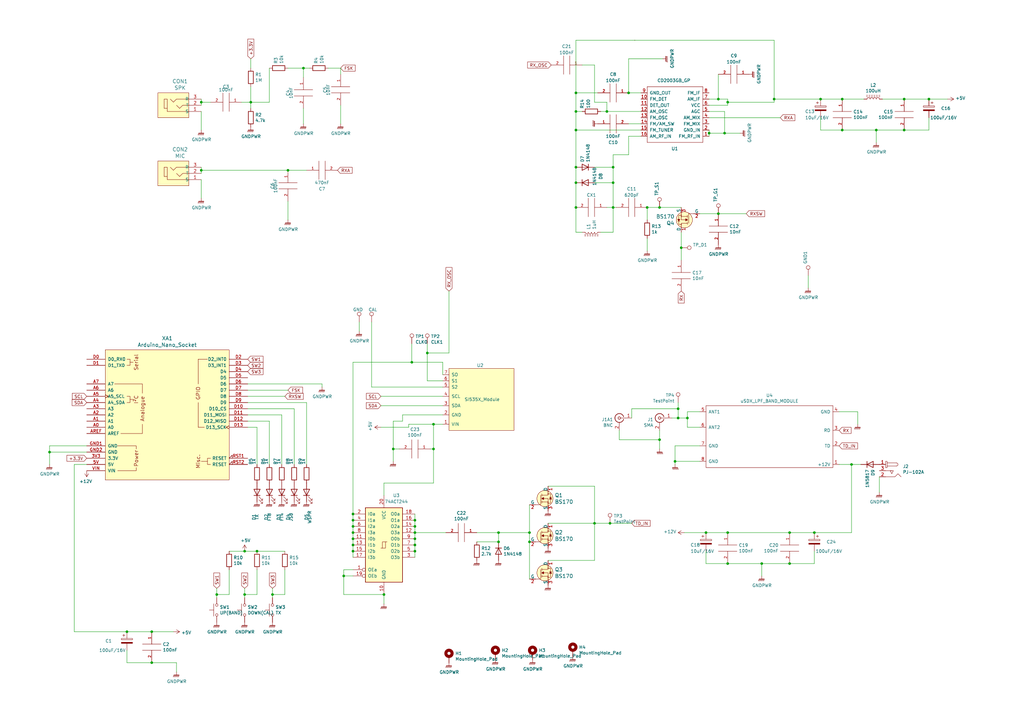
<source format=kicad_sch>
(kicad_sch (version 20231120) (generator "eeschema") (generator_version "8.0")
  (paper "A3")
  (title_block (title "ADX - Arduino based DIGITAL MODES HF Transceiver") (rev "V1.0") (company "WB2CBA"))
  (junction (at 88.9 243.84))
  (junction (at 105.41 226.06))
  (junction (at 323.85 218.44))
  (junction (at 251.46 85.09))
  (junction (at 294.64 87.63))
  (junction (at 278.13 167.64))
  (junction (at 140.97 236.22))
  (junction (at 317.5 40.64))
  (junction (at 298.45 41.91))
  (junction (at 124.46 27.94))
  (junction (at 323.85 231.14))
  (junction (at 278.13 171.45))
  (junction (at 251.46 68.58))
  (junction (at 144.78 223.52))
  (junction (at 359.41 53.34))
  (junction (at 62.23 259.08))
  (junction (at 289.56 218.44))
  (junction (at 270.51 180.34))
  (junction (at 204.47 222.25))
  (junction (at 236.22 85.09))
  (junction (at 20.32 185.42))
  (junction (at 100.33 243.84))
  (junction (at 349.25 190.5))
  (junction (at 370.84 40.64))
  (junction (at 52.07 259.08))
  (junction (at 102.87 41.91))
  (junction (at 290.83 54.61))
  (junction (at 144.78 210.82))
  (junction (at 250.19 214.63))
  (junction (at 257.81 38.1))
  (junction (at 175.26 144.78))
  (junction (at 170.18 223.52))
  (junction (at 381 40.64))
  (junction (at 243.84 214.63))
  (junction (at 345.44 40.64))
  (junction (at 217.17 218.44))
  (junction (at 144.78 226.06))
  (junction (at 248.92 45.72))
  (junction (at 170.18 226.06))
  (junction (at 251.46 74.93))
  (junction (at 298.45 231.14))
  (junction (at 100.33 226.06))
  (junction (at 236.22 53.34))
  (junction (at 297.18 54.61))
  (junction (at 82.55 41.91))
  (junction (at 118.11 69.85))
  (junction (at 281.94 171.45))
  (junction (at 294.64 40.64))
  (junction (at 236.22 38.1))
  (junction (at 334.01 218.44))
  (junction (at 370.84 53.34))
  (junction (at 170.18 218.44))
  (junction (at 312.42 231.14))
  (junction (at 279.4 101.6))
  (junction (at 236.22 45.72))
  (junction (at 298.45 218.44))
  (junction (at 144.78 213.36))
  (junction (at 170.18 213.36))
  (junction (at 111.76 243.84))
  (junction (at 336.55 40.64))
  (junction (at 177.8 173.99))
  (junction (at 170.18 215.9))
  (junction (at 144.78 220.98))
  (junction (at 161.29 184.15))
  (junction (at 204.47 218.44))
  (junction (at 270.51 85.09))
  (junction (at 265.43 85.09))
  (junction (at 144.78 215.9))
  (junction (at 276.86 189.23))
  (junction (at 144.78 218.44))
  (junction (at 177.8 184.15))
  (junction (at 217.17 222.25))
  (junction (at 168.91 148.59))
  (junction (at 236.22 68.58))
  (junction (at 345.44 53.34))
  (junction (at 157.48 243.84))
  (junction (at 62.23 271.78))
  (junction (at 236.22 74.93))
  (junction (at 82.55 69.85))
  (junction (at 170.18 220.98))
  (wire (pts (xy 110.49 27.94) (xy 110.49 41.91)))
  (wire (pts (xy 125.73 165.1) (xy 125.73 190.5)))
  (wire (pts (xy 82.55 41.91) (xy 86.36 41.91)))
  (wire (pts (xy 281.94 168.91) (xy 287.02 168.91)))
  (wire (pts (xy 170.18 210.82) (xy 170.18 213.36)))
  (wire (pts (xy 246.38 45.72) (xy 248.92 45.72)))
  (wire (pts (xy 298.45 41.91) (xy 298.45 43.18)))
  (wire (pts (xy 156.21 175.26) (xy 167.64 175.26)))
  (wire (pts (xy 20.32 182.88) (xy 20.32 185.42)))
  (wire (pts (xy 175.26 156.21) (xy 181.61 156.21)))
  (wire (pts (xy 306.07 87.63) (xy 294.64 87.63)))
  (wire (pts (xy 147.32 132.08) (xy 147.32 135.89)))
  (wire (pts (xy 287.02 189.23) (xy 276.86 189.23)))
  (wire (pts (xy 298.45 231.14) (xy 289.56 231.14)))
  (wire (pts (xy 204.47 222.25) (xy 195.58 222.25)))
  (wire (pts (xy 170.18 220.98) (xy 170.18 218.44)))
  (wire (pts (xy 139.7 27.94) (xy 139.7 30.48)))
  (wire (pts (xy 238.76 45.72) (xy 236.22 45.72)))
  (wire (pts (xy 30.48 259.08) (xy 52.07 259.08)))
  (wire (pts (xy 161.29 172.72) (xy 161.29 184.15)))
  (wire (pts (xy 175.26 140.97) (xy 175.26 144.78)))
  (wire (pts (xy 281.94 175.26) (xy 287.02 175.26)))
  (wire (pts (xy 265.43 90.17) (xy 265.43 85.09)))
  (wire (pts (xy 120.65 167.64) (xy 120.65 190.5)))
  (wire (pts (xy 100.33 226.06) (xy 105.41 226.06)))
  (wire (pts (xy 243.84 74.93) (xy 251.46 74.93)))
  (wire (pts (xy 254 176.53) (xy 254 180.34)))
  (wire (pts (xy 243.84 214.63) (xy 243.84 229.87)))
  (wire (pts (xy 265.43 97.79) (xy 265.43 102.87)))
  (wire (pts (xy 116.84 233.68) (xy 116.84 243.84)))
  (wire (pts (xy 345.44 53.34) (xy 336.55 53.34)))
  (wire (pts (xy 82.55 81.28) (xy 82.55 73.66)))
  (wire (pts (xy 134.62 27.94) (xy 139.7 27.94)))
  (wire (pts (xy 248.92 45.72) (xy 262.89 45.72)))
  (wire (pts (xy 62.23 259.08) (xy 71.12 259.08)))
  (wire (pts (xy 236.22 74.93) (xy 236.22 68.58)))
  (wire (pts (xy 298.45 218.44) (xy 323.85 218.44)))
  (wire (pts (xy 298.45 40.64) (xy 294.64 40.64)))
  (wire (pts (xy 334.01 226.06) (xy 334.01 231.14)))
  (wire (pts (xy 101.6 165.1) (xy 125.73 165.1)))
  (wire (pts (xy 279.4 85.09) (xy 270.51 85.09)))
  (wire (pts (xy 144.78 220.98) (xy 144.78 223.52)))
  (wire (pts (xy 177.8 198.12) (xy 157.48 198.12)))
  (wire (pts (xy 93.98 233.68) (xy 93.98 243.84)))
  (wire (pts (xy 82.55 68.58) (xy 82.55 69.85)))
  (wire (pts (xy 93.98 243.84) (xy 88.9 243.84)))
  (wire (pts (xy 82.55 40.64) (xy 82.55 41.91)))
  (wire (pts (xy 156.21 166.37) (xy 181.61 166.37)))
  (wire (pts (xy 140.97 243.84) (xy 157.48 243.84)))
  (wire (pts (xy 161.29 184.15) (xy 161.29 189.23)))
  (wire (pts (xy 170.18 220.98) (xy 170.18 223.52)))
  (wire (pts (xy 124.46 44.45) (xy 124.46 50.8)))
  (wire (pts (xy 336.55 53.34) (xy 336.55 48.26)))
  (wire (pts (xy 124.46 27.94) (xy 118.11 27.94)))
  (wire (pts (xy 243.84 26.67) (xy 243.84 41.91)))
  (wire (pts (xy 278.13 171.45) (xy 275.59 171.45)))
  (wire (pts (xy 125.73 69.85) (xy 118.11 69.85)))
  (wire (pts (xy 157.48 243.84) (xy 157.48 247.65)))
  (wire (pts (xy 105.41 243.84) (xy 100.33 243.84)))
  (wire (pts (xy 182.88 218.44) (xy 170.18 218.44)))
  (wire (pts (xy 124.46 27.94) (xy 127 27.94)))
  (wire (pts (xy 323.85 231.14) (xy 312.42 231.14)))
  (wire (pts (xy 278.13 165.1) (xy 278.13 167.64)))
  (wire (pts (xy 165.1 170.18) (xy 165.1 172.72)))
  (wire (pts (xy 236.22 38.1) (xy 245.11 38.1)))
  (wire (pts (xy 152.4 132.08) (xy 152.4 158.75)))
  (wire (pts (xy 165.1 172.72) (xy 161.29 172.72)))
  (wire (pts (xy 20.32 185.42) (xy 20.32 190.5)))
  (wire (pts (xy 181.61 148.59) (xy 181.61 153.67)))
  (wire (pts (xy 236.22 16.51) (xy 317.5 16.51)))
  (wire (pts (xy 290.83 48.26) (xy 320.04 48.26)))
  (wire (pts (xy 144.78 236.22) (xy 140.97 236.22)))
  (wire (pts (xy 246.38 95.25) (xy 251.46 95.25)))
  (wire (pts (xy 105.41 233.68) (xy 105.41 243.84)))
  (wire (pts (xy 370.84 40.64) (xy 361.95 40.64)))
  (wire (pts (xy 177.8 184.15) (xy 177.8 198.12)))
  (wire (pts (xy 110.49 172.72) (xy 110.49 190.5)))
  (wire (pts (xy 144.78 233.68) (xy 140.97 233.68)))
  (wire (pts (xy 82.55 41.91) (xy 82.55 43.18)))
  (wire (pts (xy 175.26 144.78) (xy 184.15 144.78)))
  (wire (pts (xy 279.4 101.6) (xy 279.4 106.68)))
  (wire (pts (xy 224.79 199.39) (xy 243.84 199.39)))
  (wire (pts (xy 381 53.34) (xy 370.84 53.34)))
  (wire (pts (xy 167.64 173.99) (xy 177.8 173.99)))
  (wire (pts (xy 248.92 85.09) (xy 251.46 85.09)))
  (wire (pts (xy 115.57 170.18) (xy 115.57 190.5)))
  (wire (pts (xy 217.17 218.44) (xy 217.17 222.25)))
  (wire (pts (xy 167.64 175.26) (xy 167.64 173.99)))
  (wire (pts (xy 334.01 231.14) (xy 323.85 231.14)))
  (wire (pts (xy 370.84 53.34) (xy 359.41 53.34)))
  (wire (pts (xy 101.6 162.56) (xy 116.84 162.56)))
  (wire (pts (xy 217.17 207.01) (xy 217.17 218.44)))
  (wire (pts (xy 312.42 236.22) (xy 312.42 231.14)))
  (wire (pts (xy 168.91 148.59) (xy 144.78 148.59)))
  (wire (pts (xy 204.47 218.44) (xy 217.17 218.44)))
  (wire (pts (xy 101.6 167.64) (xy 120.65 167.64)))
  (wire (pts (xy 110.49 41.91) (xy 102.87 41.91)))
  (wire (pts (xy 345.44 40.64) (xy 336.55 40.64)))
  (wire (pts (xy 290.83 55.88) (xy 290.83 54.61)))
  (wire (pts (xy 334.01 218.44) (xy 349.25 218.44)))
  (wire (pts (xy 290.83 43.18) (xy 298.45 43.18)))
  (wire (pts (xy 204.47 218.44) (xy 204.47 222.25)))
  (wire (pts (xy 144.78 220.98) (xy 144.78 218.44)))
  (wire (pts (xy 82.55 69.85) (xy 82.55 71.12)))
  (wire (pts (xy 281.94 171.45) (xy 278.13 171.45)))
  (wire (pts (xy 251.46 85.09) (xy 251.46 95.25)))
  (wire (pts (xy 281.94 171.45) (xy 281.94 175.26)))
  (wire (pts (xy 287.02 87.63) (xy 294.64 87.63)))
  (wire (pts (xy 217.17 222.25) (xy 217.17 237.49)))
  (wire (pts (xy 124.46 27.94) (xy 124.46 31.75)))
  (wire (pts (xy 224.79 214.63) (xy 243.84 214.63)))
  (wire (pts (xy 351.79 168.91) (xy 351.79 173.99)))
  (wire (pts (xy 276.86 189.23) (xy 276.86 190.5)))
  (wire (pts (xy 257.81 38.1) (xy 257.81 24.13)))
  (wire (pts (xy 181.61 158.75) (xy 152.4 158.75)))
  (wire (pts (xy 144.78 148.59) (xy 144.78 210.82)))
  (wire (pts (xy 243.84 68.58) (xy 251.46 68.58)))
  (wire (pts (xy 359.41 58.42) (xy 359.41 53.34)))
  (wire (pts (xy 354.33 40.64) (xy 345.44 40.64)))
  (wire (pts (xy 270.51 85.09) (xy 265.43 85.09)))
  (wire (pts (xy 248.92 41.91) (xy 248.92 45.72)))
  (wire (pts (xy 144.78 226.06) (xy 144.78 228.6)))
  (wire (pts (xy 257.81 55.88) (xy 262.89 55.88)))
  (wire (pts (xy 289.56 231.14) (xy 289.56 226.06)))
  (wire (pts (xy 243.84 41.91) (xy 248.92 41.91)))
  (wire (pts (xy 118.11 82.55) (xy 118.11 90.17)))
  (wire (pts (xy 101.6 160.02) (xy 118.11 160.02)))
  (wire (pts (xy 344.17 190.5) (xy 349.25 190.5)))
  (wire (pts (xy 257.81 63.5) (xy 257.81 55.88)))
  (wire (pts (xy 140.97 236.22) (xy 140.97 243.84)))
  (wire (pts (xy 93.98 226.06) (xy 100.33 226.06)))
  (wire (pts (xy 317.5 41.91) (xy 298.45 41.91)))
  (wire (pts (xy 82.55 53.34) (xy 82.55 45.72)))
  (wire (pts (xy 100.33 243.84) (xy 100.33 245.11)))
  (wire (pts (xy 259.08 171.45) (xy 259.08 167.64)))
  (wire (pts (xy 243.84 229.87) (xy 224.79 229.87)))
  (wire (pts (xy 298.45 218.44) (xy 289.56 218.44)))
  (wire (pts (xy 184.15 144.78) (xy 184.15 119.38)))
  (wire (pts (xy 281.94 168.91) (xy 281.94 171.45)))
  (wire (pts (xy 251.46 63.5) (xy 257.81 63.5)))
  (wire (pts (xy 30.48 190.5) (xy 30.48 259.08)))
  (wire (pts (xy 254 180.34) (xy 270.51 180.34)))
  (wire (pts (xy 168.91 148.59) (xy 168.91 140.97)))
  (wire (pts (xy 52.07 266.7) (xy 52.07 271.78)))
  (wire (pts (xy 62.23 271.78) (xy 72.39 271.78)))
  (wire (pts (xy 243.84 214.63) (xy 250.19 214.63)))
  (wire (pts (xy 140.97 233.68) (xy 140.97 236.22)))
  (wire (pts (xy 297.18 54.61) (xy 290.83 54.61)))
  (wire (pts (xy 101.6 157.48) (xy 132.08 157.48)))
  (wire (pts (xy 176.53 184.15) (xy 177.8 184.15)))
  (wire (pts (xy 251.46 68.58) (xy 251.46 63.5)))
  (wire (pts (xy 139.7 43.18) (xy 139.7 50.8)))
  (wire (pts (xy 287.02 182.88) (xy 276.86 182.88)))
  (wire (pts (xy 163.83 184.15) (xy 161.29 184.15)))
  (wire (pts (xy 195.58 218.44) (xy 204.47 218.44)))
  (wire (pts (xy 82.55 69.85) (xy 118.11 69.85)))
  (wire (pts (xy 52.07 271.78) (xy 62.23 271.78)))
  (wire (pts (xy 116.84 243.84) (xy 111.76 243.84)))
  (wire (pts (xy 250.19 214.63) (xy 259.08 214.63)))
  (wire (pts (xy 290.83 54.61) (xy 290.83 53.34)))
  (wire (pts (xy 170.18 215.9) (xy 170.18 218.44)))
  (wire (pts (xy 236.22 53.34) (xy 262.89 53.34)))
  (wire (pts (xy 99.06 41.91) (xy 102.87 41.91)))
  (wire (pts (xy 35.56 185.42) (xy 20.32 185.42)))
  (wire (pts (xy 381 40.64) (xy 370.84 40.64)))
  (wire (pts (xy 238.76 95.25) (xy 236.22 95.25)))
  (wire (pts (xy 170.18 226.06) (xy 170.18 223.52)))
  (wire (pts (xy 52.07 259.08) (xy 62.23 259.08)))
  (wire (pts (xy 290.83 45.72) (xy 297.18 45.72)))
  (wire (pts (xy 170.18 215.9) (xy 170.18 213.36)))
  (wire (pts (xy 236.22 38.1) (xy 236.22 16.51)))
  (wire (pts (xy 251.46 85.09) (xy 252.73 85.09)))
  (wire (pts (xy 278.13 167.64) (xy 278.13 171.45)))
  (wire (pts (xy 259.08 167.64) (xy 278.13 167.64)))
  (wire (pts (xy 257.81 50.8) (xy 262.89 50.8)))
  (wire (pts (xy 102.87 41.91) (xy 102.87 35.56)))
  (wire (pts (xy 177.8 173.99) (xy 181.61 173.99)))
  (wire (pts (xy 257.81 24.13) (xy 271.78 24.13)))
  (wire (pts (xy 298.45 40.64) (xy 298.45 41.91)))
  (wire (pts (xy 381 48.26) (xy 381 53.34)))
  (wire (pts (xy 349.25 190.5) (xy 349.25 218.44)))
  (wire (pts (xy 317.5 16.51) (xy 317.5 40.64)))
  (wire (pts (xy 276.86 182.88) (xy 276.86 189.23)))
  (wire (pts (xy 88.9 241.3) (xy 88.9 243.84)))
  (wire (pts (xy 105.41 226.06) (xy 116.84 226.06)))
  (wire (pts (xy 170.18 226.06) (xy 170.18 228.6)))
  (wire (pts (xy 156.21 162.56) (xy 181.61 162.56)))
  (wire (pts (xy 102.87 24.13) (xy 102.87 27.94)))
  (wire (pts (xy 101.6 175.26) (xy 105.41 175.26)))
  (wire (pts (xy 35.56 182.88) (xy 20.32 182.88)))
  (wire (pts (xy 294.64 30.48) (xy 294.64 40.64)))
  (wire (pts (xy 144.78 223.52) (xy 144.78 226.06)))
  (wire (pts (xy 144.78 215.9) (xy 144.78 218.44)))
  (wire (pts (xy 157.48 198.12) (xy 157.48 203.2)))
  (wire (pts (xy 238.76 26.67) (xy 243.84 26.67)))
  (wire (pts (xy 251.46 74.93) (xy 251.46 68.58)))
  (wire (pts (xy 88.9 243.84) (xy 88.9 245.11)))
  (wire (pts (xy 294.64 40.64) (xy 290.83 40.64)))
  (wire (pts (xy 236.22 85.09) (xy 236.22 74.93)))
  (wire (pts (xy 236.22 53.34) (xy 236.22 45.72)))
  (wire (pts (xy 236.22 45.72) (xy 236.22 38.1)))
  (wire (pts (xy 101.6 170.18) (xy 115.57 170.18)))
  (wire (pts (xy 30.48 190.5) (xy 35.56 190.5)))
  (wire (pts (xy 344.17 168.91) (xy 351.79 168.91)))
  (wire (pts (xy 388.62 40.64) (xy 381 40.64)))
  (wire (pts (xy 236.22 68.58) (xy 236.22 53.34)))
  (wire (pts (xy 132.08 157.48) (xy 132.08 158.75)))
  (wire (pts (xy 111.76 243.84) (xy 111.76 245.11)))
  (wire (pts (xy 280.67 218.44) (xy 289.56 218.44)))
  (wire (pts (xy 262.89 38.1) (xy 257.81 38.1)))
  (wire (pts (xy 270.51 180.34) (xy 270.51 176.53)))
  (wire (pts (xy 303.53 54.61) (xy 297.18 54.61)))
  (wire (pts (xy 360.68 195.58) (xy 360.68 201.93)))
  (wire (pts (xy 270.51 184.15) (xy 270.51 180.34)))
  (wire (pts (xy 144.78 210.82) (xy 144.78 213.36)))
  (wire (pts (xy 317.5 40.64) (xy 336.55 40.64)))
  (wire (pts (xy 243.84 199.39) (xy 243.84 214.63)))
  (wire (pts (xy 251.46 85.09) (xy 251.46 74.93)))
  (wire (pts (xy 279.4 95.25) (xy 279.4 101.6)))
  (wire (pts (xy 312.42 231.14) (xy 298.45 231.14)))
  (wire (pts (xy 144.78 215.9) (xy 144.78 213.36)))
  (wire (pts (xy 100.33 241.3) (xy 100.33 243.84)))
  (wire (pts (xy 105.41 175.26) (xy 105.41 190.5)))
  (wire (pts (xy 236.22 85.09) (xy 236.22 95.25)))
  (wire (pts (xy 102.87 41.91) (xy 102.87 44.45)))
  (wire (pts (xy 175.26 144.78) (xy 175.26 156.21)))
  (wire (pts (xy 101.6 172.72) (xy 110.49 172.72)))
  (wire (pts (xy 331.47 118.11) (xy 331.47 113.03)))
  (wire (pts (xy 359.41 53.34) (xy 345.44 53.34)))
  (wire (pts (xy 111.76 241.3) (xy 111.76 243.84)))
  (wire (pts (xy 168.91 148.59) (xy 181.61 148.59)))
  (wire (pts (xy 181.61 170.18) (xy 165.1 170.18)))
  (wire (pts (xy 317.5 40.64) (xy 317.5 41.91)))
  (wire (pts (xy 334.01 218.44) (xy 323.85 218.44)))
  (wire (pts (xy 177.8 184.15) (xy 177.8 173.99)))
  (wire (pts (xy 72.39 275.59) (xy 72.39 271.78)))
  (wire (pts (xy 349.25 190.5) (xy 353.06 190.5)))
  (wire (pts (xy 297.18 45.72) (xy 297.18 54.61)))
  (global_label "SDA" (shape input) (at 35.56 165.1 180) (property "Intersheetrefs" "${INTERSHEET_REFS}" (effects (hide yes))))
  (global_label "TD_IN" (shape input) (at 259.08 214.63 0) (property "Intersheetrefs" "${INTERSHEET_REFS}" (effects (hide yes))))
  (global_label "+3.3V" (shape input) (at 102.87 24.13 90) (property "Intersheetrefs" "${INTERSHEET_REFS}" (effects (hide yes))))
  (global_label "RX" (shape input) (at 279.4 119.38 270) (property "Intersheetrefs" "${INTERSHEET_REFS}" (effects (hide yes))))
  (global_label "SW1" (shape input) (at 101.6 147.32 0) (property "Intersheetrefs" "${INTERSHEET_REFS}" (effects (hide yes))))
  (global_label "RXSW" (shape input) (at 116.84 162.56 0) (property "Intersheetrefs" "${INTERSHEET_REFS}" (effects (hide yes))))
  (global_label "SW3" (shape input) (at 101.6 152.4 0) (property "Intersheetrefs" "${INTERSHEET_REFS}" (effects (hide yes))))
  (global_label "TD_IN" (shape input) (at 344.17 182.88 0) (property "Intersheetrefs" "${INTERSHEET_REFS}" (effects (hide yes))))
  (global_label "RXA" (shape input) (at 320.04 48.26 0) (property "Intersheetrefs" "${INTERSHEET_REFS}" (effects (hide yes))))
  (global_label "SDA" (shape input) (at 156.21 166.37 180) (property "Intersheetrefs" "${INTERSHEET_REFS}" (effects (hide yes))))
  (global_label "SW2" (shape input) (at 101.6 149.86 0) (property "Intersheetrefs" "${INTERSHEET_REFS}" (effects (hide yes))))
  (global_label "SW1" (shape input) (at 88.9 241.3 90) (property "Intersheetrefs" "${INTERSHEET_REFS}" (effects (hide yes))))
  (global_label "RX" (shape input) (at 344.17 176.53 0) (property "Intersheetrefs" "${INTERSHEET_REFS}" (effects (hide yes))))
  (global_label "RX_OSC" (shape input) (at 226.06 26.67 180) (property "Intersheetrefs" "${INTERSHEET_REFS}" (effects (hide yes))))
  (global_label "SCL" (shape input) (at 35.56 162.56 180) (property "Intersheetrefs" "${INTERSHEET_REFS}" (effects (hide yes))))
  (global_label "RX_OSC" (shape input) (at 184.15 119.38 90) (property "Intersheetrefs" "${INTERSHEET_REFS}" (effects (hide yes))))
  (global_label "SW2" (shape input) (at 100.33 241.3 90) (property "Intersheetrefs" "${INTERSHEET_REFS}" (effects (hide yes))))
  (global_label "RXSW" (shape input) (at 306.07 87.63 0) (property "Intersheetrefs" "${INTERSHEET_REFS}" (effects (hide yes))))
  (global_label "SW3" (shape input) (at 111.76 241.3 90) (property "Intersheetrefs" "${INTERSHEET_REFS}" (effects (hide yes))))
  (global_label "+3.3V" (shape input) (at 35.56 187.96 180) (property "Intersheetrefs" "${INTERSHEET_REFS}" (effects (hide yes))))
  (global_label "RXA" (shape input) (at 138.43 69.85 0) (property "Intersheetrefs" "${INTERSHEET_REFS}" (effects (hide yes))))
  (global_label "FSK" (shape input) (at 139.7 27.94 0) (property "Intersheetrefs" "${INTERSHEET_REFS}" (effects (hide yes))))
  (global_label "SCL" (shape input) (at 156.21 162.56 180) (property "Intersheetrefs" "${INTERSHEET_REFS}" (effects (hide yes))))
  (global_label "FSK" (shape input) (at 118.11 160.02 0) (property "Intersheetrefs" "${INTERSHEET_REFS}" (effects (hide yes))))
  (symbol (lib_id "ADX-rescue:CAP-pspice") (at 189.23 218.44 270) (unit 1)
    (property "Reference" "C22" (at 189.23 210.439 90))
    (property "Value" "100nF" (at 189.23 212.7504 90))
    (property "Footprint" "Capacitor_THT:C_Disc_D3.0mm_W1.6mm_P2.50mm" (effects (hide yes)))
  )
  (symbol (lib_id "ADX-rescue:SI535X_Module-VFO-ESP-WSPR-PCB-TTL-PA_FINAL-rescue-DIGI_UNO_TX-rescue-DTX-rescue") (at 196.85 163.83 0) (unit 1)
    (property "Reference" "U2" (at 195.58 149.86 0) (effects (justify left)))
    (property "Value" "SI535X_Module" (at 190.5 163.83 0) (effects (justify left)))
    (property "Footprint" "VFO_footprint:SI5351 Module_Vertical" (effects (hide yes)))
  )
  (symbol (lib_id "Connector:Conn_Coaxial") (at 270.51 171.45 0) (mirror y) (unit 1)
    (property "Reference" "J1" (at 267.97 172.085 0) (effects (justify left)))
    (property "Value" "SMA" (at 267.97 174.3964 0) (effects (justify left)))
    (property "Footprint" "SMA_EDGE:SMA_Samtec_SMA-J-P-X-ST-EM1_EdgeMount" (effects (hide yes)))
    (property "Datasheet" " ~" (effects (hide yes)))
  )
  (symbol (lib_id "ADX-rescue:GNDPWR-power") (at 270.51 184.15 0) (mirror y) (unit 1)
    (property "Reference" "#PWR0106" (effects (hide yes)))
    (property "Value" "GNDPWR" (effects (hide yes)))
  )
  (symbol (lib_id "74xx:74LS244") (at 157.48 223.52 0) (unit 1)
    (property "Reference" "U3" (at 162.56 203.2 0))
    (property "Value" "74ACT244" (at 162.56 205.74 0))
    (property "Footprint" "Package_DIP:DIP-20_W7.62mm_LongPads" (effects (hide yes)))
    (property "Datasheet" "http://www.ti.com/lit/gpn/sn74LS244" (effects (hide yes)))
  )
  (symbol (lib_id "ADX-rescue:GNDPWR-power") (at 157.48 247.65 0) (unit 1)
    (property "Reference" "#PWR0107" (effects (hide yes)))
    (property "Value" "GNDPWR" (effects (hide yes)))
  )
  (symbol (lib_id "ADX-rescue:GNDPWR-power") (at 161.29 189.23 0) (unit 1)
    (property "Reference" "#PWR0108" (effects (hide yes)))
    (property "Value" "GNDPWR" (effects (hide yes)))
  )
  (symbol (lib_id "ADX-rescue:CAP-pspice") (at 170.18 184.15 270) (unit 1)
    (property "Reference" "C23" (at 170.18 176.149 90))
    (property "Value" "100nF" (at 170.18 178.4604 90))
    (property "Footprint" "Capacitor_THT:C_Disc_D3.0mm_W1.6mm_P2.50mm" (effects (hide yes)))
  )
  (symbol (lib_id "Connector:TestPoint") (at 278.13 165.1 0) (mirror y) (unit 1)
    (property "Reference" "TP4" (at 276.6568 162.1028 0) (effects (justify left)))
    (property "Value" "TestPoint" (at 276.6568 164.4142 0) (effects (justify left)))
    (property "Footprint" "TestPoint:TestPoint_THTPad_2.0x2.0mm_Drill1.0mm" (effects (hide yes)))
  )
  (symbol (lib_id "Connector:TestPoint") (at 250.19 214.63 0) (unit 1)
    (property "Reference" "TP3" (at 251.6632 211.6328 0) (effects (justify left)))
    (property "Value" "TestPoint" (at 251.6632 213.9442 0) (effects (justify left)))
    (property "Footprint" "TestPoint:TestPoint_THTPad_2.0x2.0mm_Drill1.0mm" (effects (hide yes)))
  )
  (symbol (lib_id "ADX-rescue:GNDPWR-power") (at 276.86 190.5 0) (mirror y) (unit 1)
    (property "Reference" "#PWR0103" (effects (hide yes)))
    (property "Value" "GNDPWR" (effects (hide yes)))
  )
  (symbol (lib_id "ADX-rescue:uSDX_LPF_BAND_MODULE-uSDX_LPF_BAND_Module-DIGI_UNO_TX-rescue-DTX-rescue") (at 316.23 179.07 0) (mirror x) (unit 1)
    (property "Reference" "U4" (at 315.595 162.179 0))
    (property "Value" "uSDX_LPF_BAND_MODULE" (at 315.595 164.4904 0))
    (property "Footprint" "uSDX_LPF_BAND_MODULE:uSDX_LPF_Band_Module" (effects (hide yes)))
  )
  (symbol (lib_id "Device:R") (at 195.58 226.06 0) (unit 1)
    (property "Reference" "R12" (at 197.358 224.8916 0) (effects (justify left)))
    (property "Value" "2.7k" (at 197.358 227.203 0) (effects (justify left)))
    (property "Footprint" "Resistor_THT:R_Axial_DIN0204_L3.6mm_D1.6mm_P1.90mm_Vertical" (effects (hide yes)))
  )
  (symbol (lib_id "Device:D") (at 204.47 226.06 270) (unit 1)
    (property "Reference" "D6" (at 206.4766 224.8916 90) (effects (justify left)))
    (property "Value" "1N4148" (at 206.4766 227.203 90) (effects (justify left)))
    (property "Footprint" "Diode_THT:D_A-405_P2.54mm_Vertical_AnodeUp" (effects (hide yes)))
  )
  (symbol (lib_id "ADX-rescue:GNDPWR-power") (at 195.58 229.87 0) (unit 1)
    (property "Reference" "#PWR0114" (effects (hide yes)))
    (property "Value" "GNDPWR" (effects (hide yes)))
  )
  (symbol (lib_id "ADX-rescue:GNDPWR-power") (at 204.47 229.87 0) (unit 1)
    (property "Reference" "#PWR0115" (effects (hide yes)))
    (property "Value" "GNDPWR" (effects (hide yes)))
  )
  (symbol (lib_id "ADX-rescue:BS170-dk_Transistors-FETs-MOSFETs-Single") (at 224.79 204.47 0) (unit 1)
    (property "Reference" "Q1" (at 227.5332 203.1238 0) (effects (font (size 1.524 1.524)) (justify left)))
    (property "Value" "BS170" (at 227.5332 205.8162 0) (effects (font (size 1.524 1.524)) (justify left)))
    (property "Footprint" "Package_TO_SOT_THT:TO-92_HandSolder" (effects (hide yes)))
    (property "Datasheet" "https://www.onsemi.com/pub/Collateral/BS170-D.PDF" (effects (hide yes)))
    (property "Description" "MOSFET N-CH 60V 500MA TO-92" (effects (hide yes)))
    (property "Digi-Key_PN" "BS170-ND" (effects (hide yes)))
    (property "MPN" "BS170" (effects (hide yes)))
    (property "Category" "Discrete Semiconductor Products" (effects (hide yes)))
    (property "Family" "Transistors - FETs, MOSFETs - Single" (effects (hide yes)))
    (property "DK_Datasheet_Link" "https://www.onsemi.com/pub/Collateral/BS170-D.PDF" (effects (hide yes)))
    (property "DK_Detail_Page" "/product-detail/en/on-semiconductor/BS170/BS170-ND/244280" (effects (hide yes)))
    (property "Manufacturer" "ON Semiconductor" (effects (hide yes)))
    (property "Status" "Active" (effects (hide yes)))
  )
  (symbol (lib_id "ADX-rescue:BS170-dk_Transistors-FETs-MOSFETs-Single") (at 224.79 219.71 0) (unit 1)
    (property "Reference" "Q2" (at 227.5332 218.3638 0) (effects (font (size 1.524 1.524)) (justify left)))
    (property "Value" "BS170" (at 227.5332 221.0562 0) (effects (font (size 1.524 1.524)) (justify left)))
    (property "Footprint" "Package_TO_SOT_THT:TO-92_HandSolder" (effects (hide yes)))
    (property "Datasheet" "https://www.onsemi.com/pub/Collateral/BS170-D.PDF" (effects (hide yes)))
    (property "Description" "MOSFET N-CH 60V 500MA TO-92" (effects (hide yes)))
    (property "Digi-Key_PN" "BS170-ND" (effects (hide yes)))
    (property "MPN" "BS170" (effects (hide yes)))
    (property "Category" "Discrete Semiconductor Products" (effects (hide yes)))
    (property "Family" "Transistors - FETs, MOSFETs - Single" (effects (hide yes)))
    (property "DK_Datasheet_Link" "https://www.onsemi.com/pub/Collateral/BS170-D.PDF" (effects (hide yes)))
    (property "DK_Detail_Page" "/product-detail/en/on-semiconductor/BS170/BS170-ND/244280" (effects (hide yes)))
    (property "Manufacturer" "ON Semiconductor" (effects (hide yes)))
    (property "Status" "Active" (effects (hide yes)))
  )
  (symbol (lib_id "ADX-rescue:BS170-dk_Transistors-FETs-MOSFETs-Single") (at 224.79 234.95 0) (unit 1)
    (property "Reference" "Q3" (at 227.5332 233.6038 0) (effects (font (size 1.524 1.524)) (justify left)))
    (property "Value" "BS170" (at 227.5332 236.2962 0) (effects (font (size 1.524 1.524)) (justify left)))
    (property "Footprint" "Package_TO_SOT_THT:TO-92_HandSolder" (effects (hide yes)))
    (property "Datasheet" "https://www.onsemi.com/pub/Collateral/BS170-D.PDF" (effects (hide yes)))
    (property "Description" "MOSFET N-CH 60V 500MA TO-92" (effects (hide yes)))
    (property "Digi-Key_PN" "BS170-ND" (effects (hide yes)))
    (property "MPN" "BS170" (effects (hide yes)))
    (property "Category" "Discrete Semiconductor Products" (effects (hide yes)))
    (property "Family" "Transistors - FETs, MOSFETs - Single" (effects (hide yes)))
    (property "DK_Datasheet_Link" "https://www.onsemi.com/pub/Collateral/BS170-D.PDF" (effects (hide yes)))
    (property "DK_Detail_Page" "/product-detail/en/on-semiconductor/BS170/BS170-ND/244280" (effects (hide yes)))
    (property "Manufacturer" "ON Semiconductor" (effects (hide yes)))
    (property "Status" "Active" (effects (hide yes)))
  )
  (symbol (lib_id "ADX-rescue:GNDPWR-power") (at 224.79 209.55 0) (unit 1)
    (property "Reference" "#PWR0116" (effects (hide yes)))
    (property "Value" "GNDPWR" (effects (hide yes)))
  )
  (symbol (lib_id "ADX-rescue:GNDPWR-power") (at 224.79 224.79 0) (unit 1)
    (property "Reference" "#PWR0117" (effects (hide yes)))
    (property "Value" "GNDPWR" (effects (hide yes)))
  )
  (symbol (lib_id "ADX-rescue:GNDPWR-power") (at 224.79 240.03 0) (unit 1)
    (property "Reference" "#PWR0118" (effects (hide yes)))
    (property "Value" "GNDPWR" (effects (hide yes)))
  )
  (symbol (lib_id "ADX-rescue:GNDPWR-power") (at 351.79 173.99 0) (unit 1)
    (property "Reference" "#PWR0101" (effects (hide yes)))
    (property "Value" "GNDPWR" (effects (hide yes)))
  )
  (symbol (lib_id "ADX-rescue:GNDPWR-power") (at 20.32 190.5 0) (unit 1)
    (property "Reference" "#PWR0102" (effects (hide yes)))
    (property "Value" "GNDPWR" (at 20.4216 194.4116 0))
  )
  (symbol (lib_id "Connector:TestPoint") (at 168.91 140.97 0) (unit 1)
    (property "Reference" "TP1" (at 170.3832 137.9728 0) (effects (justify left)))
    (property "Value" "CLK0" (at 170.3832 140.2842 0) (effects (justify left)))
    (property "Footprint" "TestPoint:TestPoint_THTPad_2.0x2.0mm_Drill1.0mm" (effects (hide yes)))
  )
  (symbol (lib_id "Connector:TestPoint") (at 175.26 140.97 0) (unit 1)
    (property "Reference" "TP2" (at 176.7332 137.9728 0) (effects (justify left)))
    (property "Value" "CLK1" (at 176.7332 140.2842 0) (effects (justify left)))
    (property "Footprint" "TestPoint:TestPoint_THTPad_2.0x2.0mm_Drill1.0mm" (effects (hide yes)))
  )
  (symbol (lib_id "Device:LED") (at 105.41 201.93 90) (unit 1)
    (property "Reference" "D1" (at 104.14 212.09 0))
    (property "Value" "TX" (at 105.41 212.09 0))
    (property "Footprint" "LED_THT:LED_D3.0mm" (effects (hide yes)))
  )
  (symbol (lib_id "Device:R") (at 105.41 194.31 0) (unit 1)
    (property "Reference" "R5" (at 102.87 189.23 90))
    (property "Value" "1k" (at 104.14 189.23 90))
    (property "Footprint" "Resistor_THT:R_Axial_DIN0204_L3.6mm_D1.6mm_P1.90mm_Vertical" (effects (hide yes)))
  )
  (symbol (lib_id "ADX-rescue:CAP-pspice") (at 92.71 41.91 270) (unit 1)
    (property "Reference" "C3" (at 92.71 35.56 90))
    (property "Value" "100nF" (at 92.71 36.83 90))
    (property "Footprint" "Capacitor_THT:C_Disc_D3.0mm_W1.6mm_P2.50mm" (effects (hide yes)))
  )
  (symbol (lib_id "Device:R") (at 102.87 31.75 0) (unit 1)
    (property "Reference" "R1" (at 104.648 30.5816 0) (effects (justify left)))
    (property "Value" "1M" (at 104.648 32.893 0) (effects (justify left)))
    (property "Footprint" "Resistor_THT:R_Axial_DIN0204_L3.6mm_D1.6mm_P1.90mm_Vertical" (effects (hide yes)))
  )
  (symbol (lib_id "Device:R") (at 102.87 48.26 0) (unit 1)
    (property "Reference" "R2" (at 104.648 47.0916 0) (effects (justify left)))
    (property "Value" "4.7k" (at 104.648 49.403 0) (effects (justify left)))
    (property "Footprint" "Resistor_THT:R_Axial_DIN0204_L3.6mm_D1.6mm_P1.90mm_Vertical" (effects (hide yes)))
  )
  (symbol (lib_id "ADX-rescue:GNDPWR-power") (at 139.7 50.8 0) (unit 1)
    (property "Reference" "#PWR0104" (effects (hide yes)))
    (property "Value" "GNDPWR" (at 139.8016 54.7116 0))
  )
  (symbol (lib_id "ADX-rescue:GNDPWR-power") (at 102.87 52.07 0) (unit 1)
    (property "Reference" "#PWR0105" (effects (hide yes)))
    (property "Value" "GNDPWR" (at 102.9716 55.9816 0))
  )
  (symbol (lib_id "Device:R") (at 114.3 27.94 90) (unit 1)
    (property "Reference" "R3" (at 113.1316 26.162 0) (effects (justify left)))
    (property "Value" "10k" (at 115.443 26.162 0) (effects (justify left)))
    (property "Footprint" "Resistor_THT:R_Axial_DIN0204_L3.6mm_D1.6mm_P1.90mm_Vertical" (effects (hide yes)))
  )
  (symbol (lib_id "Device:R") (at 130.81 27.94 90) (unit 1)
    (property "Reference" "R4" (at 129.6416 26.162 0) (effects (justify left)))
    (property "Value" "10k" (at 131.953 26.162 0) (effects (justify left)))
    (property "Footprint" "Resistor_THT:R_Axial_DIN0204_L3.6mm_D1.6mm_P1.90mm_Vertical" (effects (hide yes)))
  )
  (symbol (lib_id "ADX-rescue:GNDPWR-power") (at 124.46 50.8 0) (unit 1)
    (property "Reference" "#PWR0111" (effects (hide yes)))
    (property "Value" "GNDPWR" (at 124.5616 54.7116 0))
  )
  (symbol (lib_id "ADX-rescue:CAP-pspice") (at 124.46 38.1 0) (unit 1)
    (property "Reference" "C4" (at 118.11 38.1 90))
    (property "Value" "10nF" (at 119.38 38.1 90))
    (property "Footprint" "Capacitor_THT:C_Disc_D3.0mm_W1.6mm_P2.50mm" (effects (hide yes)))
  )
  (symbol (lib_id "ADX-rescue:CAP-pspice") (at 139.7 36.83 0) (unit 1)
    (property "Reference" "C5" (at 133.35 36.83 90))
    (property "Value" "10nF" (at 134.62 36.83 90))
    (property "Footprint" "Capacitor_THT:C_Disc_D3.0mm_W1.6mm_P2.50mm" (effects (hide yes)))
  )
  (symbol (lib_id "ADX-rescue:GNDPWR-power") (at 132.08 158.75 0) (unit 1)
    (property "Reference" "#PWR0109" (effects (hide yes)))
    (property "Value" "GNDPWR" (at 132.1816 162.6616 0))
  )
  (symbol (lib_id "ADX-rescue:Arduino_Nano_Socket-arduino") (at 68.58 170.18 0) (unit 1)
    (property "Reference" "XA1" (at 68.58 138.7602 0) (effects (font (size 1.524 1.524))))
    (property "Value" "Arduino_Nano_Socket" (at 68.58 141.4526 0) (effects (font (size 1.524 1.524))))
    (property "Footprint" "Arduino:Arduino_Nano_Socket" (effects (hide yes)))
    (property "Datasheet" "https://store.arduino.cc/arduino-nano" (effects (hide yes)))
  )
  (symbol (lib_id "CD:CD2003GB_GP") (at 283.21 46.99 90) (unit 1)
    (property "Reference" "U1" (at 278.13 60.96 90) (effects (justify left)))
    (property "Value" "CD2003GB_GP" (at 283.21 33.02 90) (effects (justify left)))
    (property "Footprint" "Package_DIP:DIP-16_W7.62mm_Socket_LongPads" (effects (hide yes)))
  )
  (symbol (lib_id "ADX-rescue:PJ-102A-dk_Barrel-Power-Connectors") (at 363.22 190.5 0) (mirror y) (unit 1)
    (property "Reference" "J2" (at 370.2812 191.3128 0) (effects (justify right)))
    (property "Value" "PJ-102A" (at 370.2812 193.6242 0) (effects (justify right)))
    (property "Footprint" "digikey-footprints:Barrel_Jack_5.5mmODx2.1mmID_PJ-102A" (effects (hide yes)))
    (property "Datasheet" "https://www.cui.com/product/resource/digikeypdf/pj-102a.pdf" (effects (hide yes)))
    (property "Description" "CONN PWR JACK 2X5.5MM SOLDER" (effects (hide yes)))
    (property "Digi-Key_PN" "CP-102A-ND" (effects (hide yes)))
    (property "MPN" "PJ-102A" (effects (hide yes)))
    (property "Category" "Connectors, Interconnects" (effects (hide yes)))
    (property "Family" "Barrel - Power Connectors" (effects (hide yes)))
    (property "DK_Datasheet_Link" "https://www.cui.com/product/resource/digikeypdf/pj-102a.pdf" (effects (hide yes)))
    (property "DK_Detail_Page" "/product-detail/en/cui-inc/PJ-102A/CP-102A-ND/275425" (effects (hide yes)))
    (property "Manufacturer" "CUI Inc." (effects (hide yes)))
    (property "Status" "Active" (effects (hide yes)))
  )
  (symbol (lib_id "ADX-rescue:GNDPWR-power") (at 82.55 53.34 0) (unit 1)
    (property "Reference" "#PWR0119" (effects (hide yes)))
    (property "Value" "GNDPWR" (at 82.6516 57.2516 0))
  )
  (symbol (lib_id "ADX-rescue:GNDPWR-power") (at 105.41 205.74 0) (unit 1)
    (property "Reference" "#PWR0110" (effects (hide yes)))
    (property "Value" "GNDPWR" (effects (hide yes)))
  )
  (symbol (lib_id "Connector:Conn_Coaxial") (at 254 171.45 0) (mirror y) (unit 1)
    (property "Reference" "J1A1" (at 251.46 172.085 0) (effects (justify left)))
    (property "Value" "BNC" (at 251.46 174.3964 0) (effects (justify left)))
    (property "Footprint" "Connector_Coaxial:BNC_Amphenol_B6252HB-NPP3G-50_Horizontal" (effects (hide yes)))
    (property "Datasheet" " ~" (effects (hide yes)))
  )
  (symbol (lib_id "ADX-rescue:CP-Device") (at 52.07 262.89 0) (unit 1)
    (property "Reference" "C1" (at 43.18 262.89 0) (effects (justify left)))
    (property "Value" "100uF/16V" (at 40.64 266.7 0) (effects (justify left)))
    (property "Footprint" "Capacitor_THT:CP_Radial_D5.0mm_P2.50mm" (effects (hide yes)))
  )
  (symbol (lib_id "ADX-rescue:CAP-pspice") (at 62.23 265.43 0) (unit 1)
    (property "Reference" "C2" (at 66.7512 264.2616 0) (effects (justify left)))
    (property "Value" "100nF" (at 66.7512 266.573 0) (effects (justify left)))
    (property "Footprint" "Capacitor_THT:C_Disc_D3.0mm_W1.6mm_P2.50mm" (effects (hide yes)))
  )
  (symbol (lib_id "Device:R") (at 93.98 229.87 0) (unit 1)
    (property "Reference" "R10" (at 95.758 228.7016 0) (effects (justify left)))
    (property "Value" "10k" (at 95.758 231.013 0) (effects (justify left)))
    (property "Footprint" "Resistor_THT:R_Axial_DIN0204_L3.6mm_D1.6mm_P1.90mm_Vertical" (effects (hide yes)))
  )
  (symbol (lib_id "Device:R") (at 105.41 229.87 0) (unit 1)
    (property "Reference" "R11" (at 107.188 228.7016 0) (effects (justify left)))
    (property "Value" "10k" (at 107.188 231.013 0) (effects (justify left)))
    (property "Footprint" "Resistor_THT:R_Axial_DIN0204_L3.6mm_D1.6mm_P1.90mm_Vertical" (effects (hide yes)))
  )
  (symbol (lib_id "Switch:SW_Push") (at 88.9 250.19 90) (unit 1)
    (property "Reference" "SW1" (at 90.1192 249.0216 90) (effects (justify right)))
    (property "Value" "UP(BAND)" (at 90.1192 251.333 90) (effects (justify right)))
    (property "Footprint" "Button_Switch_THT:SW_PUSH_6mm" (effects (hide yes)))
  )
  (symbol (lib_id "ADX-rescue:GNDPWR-power") (at 88.9 255.27 0) (unit 1)
    (property "Reference" "#PWR0112" (effects (hide yes)))
    (property "Value" "GNDPWR" (at 89.0016 259.1816 0))
  )
  (symbol (lib_id "Switch:SW_Push") (at 100.33 250.19 90) (unit 1)
    (property "Reference" "SW2" (at 101.5492 249.0216 90) (effects (justify right)))
    (property "Value" "DOWN(CAL)" (at 101.5492 251.333 90) (effects (justify right)))
    (property "Footprint" "Button_Switch_THT:SW_PUSH_6mm" (effects (hide yes)))
  )
  (symbol (lib_id "ADX-rescue:GNDPWR-power") (at 100.33 255.27 0) (unit 1)
    (property "Reference" "#PWR0113" (effects (hide yes)))
    (property "Value" "GNDPWR" (at 100.4316 259.1816 0))
  )
  (symbol (lib_id "Device:D") (at 356.87 190.5 0) (unit 1)
    (property "Reference" "D9" (at 358.0384 192.5066 90) (effects (justify right)))
    (property "Value" "1N5817" (at 355.727 192.5066 90) (effects (justify right)))
    (property "Footprint" "Diode_THT:D_A-405_P2.54mm_Vertical_KathodeUp" (effects (hide yes)))
  )
  (symbol (lib_id "ADX-rescue:BS170-dk_Transistors-FETs-MOSFETs-Single") (at 279.4 90.17 180) (unit 1)
    (property "Reference" "Q4" (at 276.6568 91.5162 0) (effects (font (size 1.524 1.524)) (justify left)))
    (property "Value" "BS170" (at 276.6568 88.8238 0) (effects (font (size 1.524 1.524)) (justify left)))
    (property "Footprint" "Package_TO_SOT_THT:TO-92L_HandSolder" (effects (hide yes)))
    (property "Datasheet" "https://www.onsemi.com/pub/Collateral/BS170-D.PDF" (effects (hide yes)))
    (property "Description" "MOSFET N-CH 60V 500MA TO-92" (effects (hide yes)))
    (property "Digi-Key_PN" "BS170-ND" (effects (hide yes)))
    (property "MPN" "BS170" (effects (hide yes)))
    (property "Category" "Discrete Semiconductor Products" (effects (hide yes)))
    (property "Family" "Transistors - FETs, MOSFETs - Single" (effects (hide yes)))
    (property "DK_Datasheet_Link" "https://www.onsemi.com/pub/Collateral/BS170-D.PDF" (effects (hide yes)))
    (property "DK_Detail_Page" "/product-detail/en/on-semiconductor/BS170/BS170-ND/244280" (effects (hide yes)))
    (property "Manufacturer" "ON Semiconductor" (effects (hide yes)))
    (property "Status" "Active" (effects (hide yes)))
  )
  (symbol (lib_id "ADX-rescue:CAP-pspice") (at 294.64 93.98 0) (unit 1)
    (property "Reference" "C12" (at 299.1612 92.8116 0) (effects (justify left)))
    (property "Value" "10nF" (at 299.1612 95.123 0) (effects (justify left)))
    (property "Footprint" "Capacitor_THT:C_Disc_D3.0mm_W2.0mm_P2.50mm" (effects (hide yes)))
  )
  (symbol (lib_id "ADX-rescue:GNDPWR-power") (at 294.64 100.33 0) (unit 1)
    (property "Reference" "#PWR0135" (effects (hide yes)))
    (property "Value" "GNDPWR" (at 294.7416 104.2416 0))
  )
  (symbol (lib_id "Device:R") (at 265.43 93.98 0) (unit 1)
    (property "Reference" "R13" (at 267.208 92.8116 0) (effects (justify left)))
    (property "Value" "1k" (at 267.208 95.123 0) (effects (justify left)))
    (property "Footprint" "Resistor_THT:R_Axial_DIN0204_L3.6mm_D1.6mm_P1.90mm_Vertical" (effects (hide yes)))
  )
  (symbol (lib_id "ADX-rescue:GNDPWR-power") (at 265.43 102.87 0) (unit 1)
    (property "Reference" "#PWR0136" (effects (hide yes)))
    (property "Value" "GNDPWR" (at 265.5316 106.7816 0))
  )
  (symbol (lib_id "ADX-rescue:CAP-pspice") (at 279.4 113.03 0) (unit 1)
    (property "Reference" "C17" (at 283.9212 111.8616 0) (effects (justify left)))
    (property "Value" "10nF" (at 283.9212 114.173 0) (effects (justify left)))
    (property "Footprint" "Capacitor_THT:C_Disc_D3.0mm_W2.0mm_P2.50mm" (effects (hide yes)))
  )
  (symbol (lib_id "Connector:TestPoint") (at 279.4 101.6 270) (unit 1)
    (property "Reference" "TP_D1" (at 284.1752 100.4316 90) (effects (justify left)))
    (property "Value" " " (at 284.1752 102.743 90) (effects (justify left)))
    (property "Footprint" "TestPoint:TestPoint_THTPad_1.0x1.0mm_Drill0.5mm" (effects (hide yes)))
  )
  (symbol (lib_id "Mechanical:MountingHole_Pad") (at 184.15 269.24 0) (unit 1)
    (property "Reference" "H1" (at 186.69 267.9954 0) (effects (justify left)))
    (property "Value" "MountingHole_Pad" (at 186.69 270.3068 0) (effects (justify left)))
    (property "Footprint" "MountingHole:MountingHole_3.2mm_M3_ISO7380_Pad" (effects (hide yes)))
  )
  (symbol (lib_id "Mechanical:MountingHole_Pad") (at 203.2 267.97 0) (unit 1)
    (property "Reference" "H2" (at 205.74 266.7254 0) (effects (justify left)))
    (property "Value" "MountingHole_Pad" (at 205.74 269.0368 0) (effects (justify left)))
    (property "Footprint" "MountingHole:MountingHole_3.2mm_M3_ISO7380_Pad" (effects (hide yes)))
  )
  (symbol (lib_id "Mechanical:MountingHole_Pad") (at 218.44 267.97 0) (unit 1)
    (property "Reference" "H3" (at 220.98 266.7254 0) (effects (justify left)))
    (property "Value" "MountingHole_Pad" (at 220.98 269.0368 0) (effects (justify left)))
    (property "Footprint" "MountingHole:MountingHole_3.2mm_M3_ISO7380_Pad" (effects (hide yes)))
  )
  (symbol (lib_id "Connector:TestPoint") (at 152.4 132.08 0) (unit 1)
    (property "Reference" "TP8" (effects (hide yes)))
    (property "Value" "CAL" (at 151.13 127 0) (effects (justify left)))
    (property "Footprint" "TestPoint:TestPoint_THTPad_2.0x2.0mm_Drill1.0mm" (effects (hide yes)))
  )
  (symbol (lib_id "Mechanical:MountingHole_Pad") (at 234.95 266.7 0) (unit 1)
    (property "Reference" "H4" (at 237.49 265.4554 0) (effects (justify left)))
    (property "Value" "MountingHole_Pad" (at 237.49 267.7668 0) (effects (justify left)))
    (property "Footprint" "MountingHole:MountingHole_3.2mm_M3_ISO7380_Pad" (effects (hide yes)))
  )
  (symbol (lib_id "ADX-rescue:GNDPWR-power") (at 184.15 271.78 0) (unit 1)
    (property "Reference" "#PWR0133" (effects (hide yes)))
    (property "Value" "GNDPWR" (at 184.2516 275.6916 0))
  )
  (symbol (lib_id "ADX-rescue:GNDPWR-power") (at 203.2 270.51 0) (unit 1)
    (property "Reference" "#PWR0141" (effects (hide yes)))
    (property "Value" "GNDPWR" (at 203.3016 274.4216 0))
  )
  (symbol (lib_id "Connector:TestPoint") (at 270.51 85.09 0) (unit 1)
    (property "Reference" "TP_S1" (at 269.3416 80.3148 90) (effects (justify left)))
    (property "Value" " " (at 271.653 80.3148 90) (effects (justify left)))
    (property "Footprint" "TestPoint:TestPoint_THTPad_1.0x1.0mm_Drill0.5mm" (effects (hide yes)))
  )
  (symbol (lib_id "ADX-rescue:GNDPWR-power") (at 218.44 270.51 0) (unit 1)
    (property "Reference" "#PWR0142" (effects (hide yes)))
    (property "Value" "GNDPWR" (at 218.5416 274.4216 0))
  )
  (symbol (lib_id "ADX-rescue:GNDPWR-power") (at 234.95 269.24 0) (unit 1)
    (property "Reference" "#PWR0143" (effects (hide yes)))
    (property "Value" "GNDPWR" (at 235.0516 273.1516 0))
  )
  (symbol (lib_id "ADX-rescue:GNDPWR-power") (at 72.39 275.59 0) (unit 1)
    (property "Reference" "#PWR0148" (effects (hide yes)))
    (property "Value" "GNDPWR" (at 72.4916 279.5016 0))
  )
  (symbol (lib_id "Connector:TestPoint") (at 147.32 132.08 0) (unit 1)
    (property "Reference" "TP7" (effects (hide yes)))
    (property "Value" "GND" (at 144.78 127 0) (effects (justify left)))
    (property "Footprint" "TestPoint:TestPoint_THTPad_2.0x2.0mm_Drill1.0mm" (effects (hide yes)))
  )
  (symbol (lib_id "ADX-rescue:GNDPWR-power") (at 147.32 135.89 0) (unit 1)
    (property "Reference" "#PWR0125" (effects (hide yes)))
    (property "Value" "GNDPWR" (at 147.4216 139.8016 0))
  )
  (symbol (lib_id "ADX-rescue:CP-Device") (at 334.01 222.25 0) (mirror y) (unit 1)
    (property "Reference" "C24" (at 342.9 222.25 0) (effects (justify left)))
    (property "Value" "100uF/16V" (at 345.44 226.06 0) (effects (justify left)))
    (property "Footprint" "Capacitor_THT:CP_Radial_D5.0mm_P2.50mm" (effects (hide yes)))
  )
  (symbol (lib_id "ADX-rescue:CAP-pspice") (at 323.85 224.79 0) (mirror y) (unit 1)
    (property "Reference" "C20" (at 319.3288 223.6216 0) (effects (justify left)))
    (property "Value" "100nF" (at 319.3288 225.933 0) (effects (justify left)))
    (property "Footprint" "Capacitor_THT:C_Disc_D3.0mm_W1.6mm_P2.50mm" (effects (hide yes)))
  )
  (symbol (lib_id "ADX-rescue:CP-Device") (at 289.56 222.25 0) (unit 1)
    (property "Reference" "C18" (at 283.21 223.52 0) (effects (justify left)))
    (property "Value" "10uF/16V" (at 283.21 226.06 0) (effects (justify left)))
    (property "Footprint" "Capacitor_THT:CP_Radial_D5.0mm_P2.50mm" (effects (hide yes)))
  )
  (symbol (lib_id "ADX-rescue:CAP-pspice") (at 298.45 224.79 0) (unit 1)
    (property "Reference" "C19" (at 302.9712 223.6216 0) (effects (justify left)))
    (property "Value" "100nF" (at 302.9712 225.933 0) (effects (justify left)))
    (property "Footprint" "Capacitor_THT:C_Disc_D3.0mm_W1.6mm_P2.50mm" (effects (hide yes)))
  )
  (symbol (lib_id "ADX-rescue:GNDPWR-power") (at 312.42 236.22 0) (unit 1)
    (property "Reference" "#PWR0147" (effects (hide yes)))
    (property "Value" "GNDPWR" (at 312.5216 240.1316 0))
  )
  (symbol (lib_id "ADX-rescue:GNDPWR-power") (at 118.11 90.17 0) (unit 1)
    (property "Reference" "#PWR0127" (effects (hide yes)))
    (property "Value" "GNDPWR" (at 118.2116 94.0816 0))
  )
  (symbol (lib_id "ADX-rescue:CAP-pspice") (at 118.11 76.2 0) (unit 1)
    (property "Reference" "C6" (at 111.76 76.2 90))
    (property "Value" "100nF" (at 113.03 76.2 90))
    (property "Footprint" "Capacitor_THT:C_Disc_D3.0mm_W1.6mm_P2.50mm" (effects (hide yes)))
  )
  (symbol (lib_id "Device:LED") (at 110.49 201.93 90) (unit 1)
    (property "Reference" "D2" (at 109.22 212.09 0))
    (property "Value" "FT8" (at 110.49 212.09 0))
    (property "Footprint" "LED_THT:LED_D3.0mm" (effects (hide yes)))
  )
  (symbol (lib_id "Device:R") (at 110.49 194.31 0) (unit 1)
    (property "Reference" "R6" (at 107.95 189.23 90))
    (property "Value" "1k" (at 109.22 189.23 90))
    (property "Footprint" "Resistor_THT:R_Axial_DIN0204_L3.6mm_D1.6mm_P1.90mm_Vertical" (effects (hide yes)))
  )
  (symbol (lib_id "ADX-rescue:GNDPWR-power") (at 110.49 205.74 0) (unit 1)
    (property "Reference" "#PWR0137" (effects (hide yes)))
    (property "Value" "GNDPWR" (effects (hide yes)))
  )
  (symbol (lib_id "ADX-rescue:CAP-pspice") (at 132.08 69.85 90) (unit 1)
    (property "Reference" "C7" (at 132.08 77.47 90))
    (property "Value" "470nF" (at 132.08 74.93 90))
    (property "Footprint" "Capacitor_THT:C_Disc_D3.0mm_W1.6mm_P2.50mm" (effects (hide yes)))
  )
  (symbol (lib_id "Device:LED") (at 115.57 201.93 90) (unit 1)
    (property "Reference" "D3" (at 114.3 212.09 0))
    (property "Value" "FT4" (at 115.57 212.09 0))
    (property "Footprint" "LED_THT:LED_D3.0mm" (effects (hide yes)))
  )
  (symbol (lib_id "Device:R") (at 115.57 194.31 0) (unit 1)
    (property "Reference" "R7" (at 113.03 189.23 90))
    (property "Value" "1k" (at 114.3 189.23 90))
    (property "Footprint" "Resistor_THT:R_Axial_DIN0204_L3.6mm_D1.6mm_P1.90mm_Vertical" (effects (hide yes)))
  )
  (symbol (lib_id "ADX-rescue:GNDPWR-power") (at 115.57 205.74 0) (unit 1)
    (property "Reference" "#PWR0138" (effects (hide yes)))
    (property "Value" "GNDPWR" (effects (hide yes)))
  )
  (symbol (lib_id "Device:LED") (at 120.65 201.93 90) (unit 1)
    (property "Reference" "D4" (at 118.11 212.09 0))
    (property "Value" "JS8" (at 119.38 212.09 0))
    (property "Footprint" "LED_THT:LED_D3.0mm" (effects (hide yes)))
  )
  (symbol (lib_id "Device:R") (at 120.65 194.31 0) (unit 1)
    (property "Reference" "R8" (at 118.11 189.23 90))
    (property "Value" "1k" (at 119.38 189.23 90))
    (property "Footprint" "Resistor_THT:R_Axial_DIN0204_L3.6mm_D1.6mm_P1.90mm_Vertical" (effects (hide yes)))
  )
  (symbol (lib_id "ADX-rescue:GNDPWR-power") (at 120.65 205.74 0) (unit 1)
    (property "Reference" "#PWR0139" (effects (hide yes)))
    (property "Value" "GNDPWR" (effects (hide yes)))
  )
  (symbol (lib_id "ADX-rescue:GNDPWR-power") (at 303.53 54.61 90) (unit 1)
    (property "Reference" "#PWR0129" (effects (hide yes)))
    (property "Value" "GNDPWR" (at 307.4416 54.5084 0))
  )
  (symbol (lib_id "Device:LED") (at 125.73 201.93 90) (unit 1)
    (property "Reference" "D5" (at 125.73 212.09 0))
    (property "Value" "WSPR" (at 127 212.09 0))
    (property "Footprint" "LED_THT:LED_D3.0mm" (effects (hide yes)))
  )
  (symbol (lib_id "Device:R") (at 125.73 194.31 0) (unit 1)
    (property "Reference" "R9" (at 123.19 189.23 90))
    (property "Value" "1k" (at 124.46 189.23 90))
    (property "Footprint" "Resistor_THT:R_Axial_DIN0204_L3.6mm_D1.6mm_P1.90mm_Vertical" (effects (hide yes)))
  )
  (symbol (lib_id "ADX-rescue:GNDPWR-power") (at 125.73 205.74 0) (unit 1)
    (property "Reference" "#PWR0140" (effects (hide yes)))
    (property "Value" "GNDPWR" (effects (hide yes)))
  )
  (symbol (lib_id "ADX-rescue:GNDPWR-power") (at 245.11 50.8 270) (unit 1)
    (property "Reference" "#PWR0131" (effects (hide yes)))
    (property "Value" "GNDPWR" (effects (hide yes)))
  )
  (symbol (lib_id "ADX-rescue:GNDPWR-power") (at 271.78 24.13 90) (unit 1)
    (property "Reference" "#PWR0132" (effects (hide yes)))
    (property "Value" "GNDPWR" (at 275.6916 24.0284 0))
  )
  (symbol (lib_id "ADX-rescue:CAP-pspice") (at 251.46 38.1 270) (unit 1)
    (property "Reference" "C8" (at 251.46 30.48 90))
    (property "Value" "100nF" (at 251.46 33.02 90))
    (property "Footprint" "Capacitor_THT:C_Disc_D3.0mm_W1.6mm_P2.50mm" (effects (hide yes)))
  )
  (symbol (lib_id "ADX-rescue:CP-Device") (at 381 44.45 0) (mirror y) (unit 1)
    (property "Reference" "C16" (at 389.89 44.45 0) (effects (justify left)))
    (property "Value" "100uF/16V" (at 392.43 48.26 0) (effects (justify left)))
    (property "Footprint" "Capacitor_THT:CP_Radial_D5.0mm_P2.50mm" (effects (hide yes)))
  )
  (symbol (lib_id "ADX-rescue:CAP-pspice") (at 370.84 46.99 0) (mirror y) (unit 1)
    (property "Reference" "C15" (at 366.3188 45.8216 0) (effects (justify left)))
    (property "Value" "100nF" (at 366.3188 48.133 0) (effects (justify left)))
    (property "Footprint" "Capacitor_THT:C_Disc_D3.0mm_W1.6mm_P2.50mm" (effects (hide yes)))
  )
  (symbol (lib_id "ADX-rescue:L_Core_Ferrite-Device") (at 358.14 40.64 270) (mirror x) (unit 1)
    (property "Reference" "L2" (at 358.14 34.925 90))
    (property "Value" "100uH" (at 358.14 37.2364 90))
    (property "Footprint" "Resistor_THT:R_Axial_DIN0204_L3.6mm_D1.6mm_P2.54mm_Vertical" (effects (hide yes)))
  )
  (symbol (lib_id "ADX-rescue:CP-Device") (at 336.55 44.45 0) (unit 1)
    (property "Reference" "C13" (at 330.2 45.72 0) (effects (justify left)))
    (property "Value" "10uF/16V" (at 330.2 48.26 0) (effects (justify left)))
    (property "Footprint" "Capacitor_THT:CP_Radial_D5.0mm_P2.50mm" (effects (hide yes)))
  )
  (symbol (lib_id "ADX-rescue:CAP-pspice") (at 345.44 46.99 0) (unit 1)
    (property "Reference" "C14" (at 349.9612 45.8216 0) (effects (justify left)))
    (property "Value" "100nF" (at 349.9612 48.133 0) (effects (justify left)))
    (property "Footprint" "Capacitor_THT:C_Disc_D3.0mm_W1.6mm_P2.50mm" (effects (hide yes)))
  )
  (symbol (lib_id "ADX-rescue:+5V-power") (at 388.62 40.64 270) (mirror x) (unit 1)
    (property "Reference" "#PWR0124" (effects (hide yes)))
    (property "Value" "+5V" (at 391.8712 40.259 90) (effects (justify left)))
  )
  (symbol (lib_id "Device:R") (at 242.57 45.72 270) (unit 1)
    (property "Reference" "R14" (at 238.76 40.64 0) (effects (justify left)))
    (property "Value" "100" (at 241.3 40.64 0) (effects (justify left)))
    (property "Footprint" "Resistor_THT:R_Axial_DIN0204_L3.6mm_D1.6mm_P1.90mm_Vertical" (effects (hide yes)))
  )
  (symbol (lib_id "ADX-rescue:CAP-pspice") (at 251.46 50.8 90) (unit 1)
    (property "Reference" "C10" (at 251.46 58.42 90))
    (property "Value" "100nF" (at 251.46 55.88 90))
    (property "Footprint" "Capacitor_THT:C_Disc_D3.0mm_W1.6mm_P2.50mm" (effects (hide yes)))
  )
  (symbol (lib_id "ADX-rescue:GNDPWR-power") (at 359.41 58.42 0) (unit 1)
    (property "Reference" "#PWR0130" (effects (hide yes)))
    (property "Value" "GNDPWR" (at 359.5116 62.3316 0))
  )
  (symbol (lib_id "ADX-rescue:CAP-pspice") (at 232.41 26.67 270) (unit 1)
    (property "Reference" "C21" (at 232.41 19.05 90))
    (property "Value" "100nF" (at 232.41 21.59 90))
    (property "Footprint" "Capacitor_THT:C_Disc_D3.0mm_W1.6mm_P2.50mm" (effects (hide yes)))
  )
  (symbol (lib_id "Device:D") (at 240.03 68.58 180) (unit 1)
    (property "Reference" "D7" (at 238.8616 66.5734 90) (effects (justify right)))
    (property "Value" "1N4148" (at 241.173 66.5734 90) (effects (justify right)))
    (property "Footprint" "Diode_THT:D_A-405_P2.54mm_Vertical_KathodeUp" (effects (hide yes)))
  )
  (symbol (lib_id "ADX-rescue:+5V-power") (at 71.12 259.08 270) (unit 1)
    (property "Reference" "#PWR0120" (effects (hide yes)))
    (property "Value" "+5V" (at 74.3712 259.461 90) (effects (justify left)))
  )
  (symbol (lib_id "Device:D") (at 240.03 74.93 0) (unit 1)
    (property "Reference" "D8" (at 246.38 73.66 90) (effects (justify left)))
    (property "Value" "1N4148" (at 243.84 76.2 90) (effects (justify left)))
    (property "Footprint" "Diode_THT:D_A-405_P2.54mm_Vertical_KathodeUp" (effects (hide yes)))
  )
  (symbol (lib_id "ADX-rescue:+5V-power") (at 156.21 175.26 90) (unit 1)
    (property "Reference" "#PWR0122" (effects (hide yes)))
    (property "Value" "+5V" (at 151.8158 174.879 0))
  )
  (symbol (lib_id "ADX-rescue:+5V-power") (at 100.33 226.06 0) (unit 1)
    (property "Reference" "#PWR0123" (effects (hide yes)))
    (property "Value" "+5V" (at 100.711 221.6658 0))
  )
  (symbol (lib_id "ADX-rescue:CAP-pspice") (at 242.57 85.09 270) (unit 1)
    (property "Reference" "CX1" (at 242.57 80.01 90))
    (property "Value" "  " (at 242.57 80.01 90))
    (property "Footprint" "Capacitor_THT:C_Disc_D3.0mm_W1.6mm_P2.50mm" (effects (hide yes)))
  )
  (symbol (lib_id "ADX-rescue:CAP-pspice") (at 259.08 85.09 270) (unit 1)
    (property "Reference" "C11" (at 259.08 77.47 90))
    (property "Value" "620pF" (at 259.08 80.01 90))
    (property "Footprint" "Capacitor_THT:C_Disc_D3.0mm_W1.6mm_P2.50mm" (effects (hide yes)))
  )
  (symbol (lib_id "ADX-rescue:L_Core_Ferrite-Device") (at 242.57 95.25 270) (unit 1)
    (property "Reference" "L1" (at 241.4016 94.1324 0) (effects (justify right)))
    (property "Value" "1uH" (at 243.713 94.1324 0) (effects (justify right)))
    (property "Footprint" "Inductor_THT:L_Toroid_Vertical_L10.0mm_W5.0mm_P5.08mm" (effects (hide yes)))
  )
  (symbol (lib_id "ADX-rescue:CAP-pspice") (at 300.99 30.48 270) (unit 1)
    (property "Reference" "C9" (at 300.99 22.86 90))
    (property "Value" "100nF" (at 300.99 25.4 90))
    (property "Footprint" "Capacitor_THT:C_Disc_D3.0mm_W1.6mm_P2.50mm" (effects (hide yes)))
  )
  (symbol (lib_id "ADX-rescue:GNDPWR-power") (at 307.34 30.48 90) (unit 1)
    (property "Reference" "#PWR0134" (effects (hide yes)))
    (property "Value" "GNDPWR" (at 311.2516 30.3784 0))
  )
  (symbol (lib_id "ADX-rescue:GNDPWR-power") (at 360.68 201.93 0) (unit 1)
    (property "Reference" "#PWR0145" (effects (hide yes)))
    (property "Value" "GNDPWR" (at 360.7816 205.8416 0))
  )
  (symbol (lib_id "ADX-rescue:+12V-power") (at 280.67 218.44 90) (unit 1)
    (property "Reference" "#PWR0121" (effects (hide yes)))
    (property "Value" "+12V" (at 277.4188 218.059 90) (effects (justify left)))
  )
  (symbol (lib_id "ADX-rescue:+12V-power") (at 35.56 193.04 180) (unit 1)
    (property "Reference" "#PWR0126" (effects (hide yes)))
    (property "Value" "+12V" (at 35.179 197.4342 0))
  )
  (symbol (lib_id "ADX-rescue:SJ1-3523N-dk_Barrel-Audio-Connectors") (at 72.39 43.18 0) (unit 1)
    (property "Reference" "CON1" (at 73.8632 33.3502 0) (effects (font (size 1.524 1.524))))
    (property "Value" "SPK" (at 73.8632 36.0426 0) (effects (font (size 1.524 1.524))))
    (property "Footprint" "digikey-footprints:Headphone_Jack_3.5mm_SJ1-3523N" (effects (hide yes)))
    (property "Datasheet" "https://www.cui.com/product/resource/digikeypdf/sj1-352xn_series.pdf" (effects (hide yes)))
    (property "Description" "CONN JACK STEREO 3.5MM R/A" (effects (hide yes)))
    (property "Digi-Key_PN" "CP1-3523N-ND" (effects (hide yes)))
    (property "MPN" "SJ1-3523N" (effects (hide yes)))
    (property "Category" "Connectors, Interconnects" (effects (hide yes)))
    (property "Family" "Barrel - Audio Connectors" (effects (hide yes)))
    (property "DK_Datasheet_Link" "https://www.cui.com/product/resource/digikeypdf/sj1-352xn_series.pdf" (effects (hide yes)))
    (property "DK_Detail_Page" "/product-detail/en/cui-inc/SJ1-3523N/CP1-3523N-ND/738689" (effects (hide yes)))
    (property "Manufacturer" "CUI Inc." (effects (hide yes)))
    (property "Status" "Active" (effects (hide yes)))
  )
  (symbol (lib_id "ADX-rescue:SJ1-3523N-dk_Barrel-Audio-Connectors") (at 72.39 71.12 0) (unit 1)
    (property "Reference" "CON2" (at 73.8632 61.2902 0) (effects (font (size 1.524 1.524))))
    (property "Value" "MIC" (at 73.8632 63.9826 0) (effects (font (size 1.524 1.524))))
    (property "Footprint" "digikey-footprints:Headphone_Jack_3.5mm_SJ1-3523N" (effects (hide yes)))
    (property "Datasheet" "https://www.cui.com/product/resource/digikeypdf/sj1-352xn_series.pdf" (effects (hide yes)))
    (property "Description" "CONN JACK STEREO 3.5MM R/A" (effects (hide yes)))
    (property "Digi-Key_PN" "CP1-3523N-ND" (effects (hide yes)))
    (property "MPN" "SJ1-3523N" (effects (hide yes)))
    (property "Category" "Connectors, Interconnects" (effects (hide yes)))
    (property "Family" "Barrel - Audio Connectors" (effects (hide yes)))
    (property "DK_Datasheet_Link" "https://www.cui.com/product/resource/digikeypdf/sj1-352xn_series.pdf" (effects (hide yes)))
    (property "DK_Detail_Page" "/product-detail/en/cui-inc/SJ1-3523N/CP1-3523N-ND/738689" (effects (hide yes)))
    (property "Manufacturer" "CUI Inc." (effects (hide yes)))
    (property "Status" "Active" (effects (hide yes)))
  )
  (symbol (lib_id "Connector:TestPoint") (at 331.47 113.03 0) (unit 1)
    (property "Reference" "GND1" (at 330.3016 108.2548 90) (effects (justify left)))
    (property "Value" " " (at 332.613 108.2548 90) (effects (justify left)))
    (property "Footprint" "TestPoint:TestPoint_THTPad_2.0x2.0mm_Drill1.0mm" (effects (hide yes)))
  )
  (symbol (lib_id "ADX-rescue:GNDPWR-power") (at 331.47 118.11 0) (unit 1)
    (property "Reference" "#PWR0146" (effects (hide yes)))
    (property "Value" "GNDPWR" (at 331.5716 122.0216 0))
  )
  (symbol (lib_id "ADX-rescue:GNDPWR-power") (at 82.55 81.28 0) (unit 1)
    (property "Reference" "#PWR0128" (effects (hide yes)))
    (property "Value" "GNDPWR" (at 82.6516 85.1916 0))
  )
  (symbol (lib_id "Switch:SW_Push") (at 111.76 250.19 90) (unit 1)
    (property "Reference" "SW3" (at 112.9792 249.0216 90) (effects (justify right)))
    (property "Value" "TX" (at 112.9792 251.333 90) (effects (justify right)))
    (property "Footprint" "Button_Switch_THT:SW_PUSH_6mm" (effects (hide yes)))
  )
  (symbol (lib_id "ADX-rescue:GNDPWR-power") (at 111.76 255.27 0) (unit 1)
    (property "Reference" "#PWR0144" (effects (hide yes)))
    (property "Value" "GNDPWR" (at 111.8616 259.1816 0))
  )
  (symbol (lib_id "Device:R") (at 116.84 229.87 0) (unit 1)
    (property "Reference" "R15" (at 118.618 228.7016 0) (effects (justify left)))
    (property "Value" "10k" (at 118.618 231.013 0) (effects (justify left)))
    (property "Footprint" "Resistor_THT:R_Axial_DIN0204_L3.6mm_D1.6mm_P1.90mm_Vertical" (effects (hide yes)))
  )
  (symbol (lib_id "Connector:TestPoint") (at 294.64 87.63 0) (unit 1)
    (property "Reference" "TP_G1" (at 293.4716 82.8548 90) (effects (justify left)))
    (property "Value" " " (at 295.783 82.8548 90) (effects (justify left)))
    (property "Footprint" "TestPoint:TestPoint_THTPad_1.0x1.0mm_Drill0.5mm" (effects (hide yes)))
  )
)
</source>
